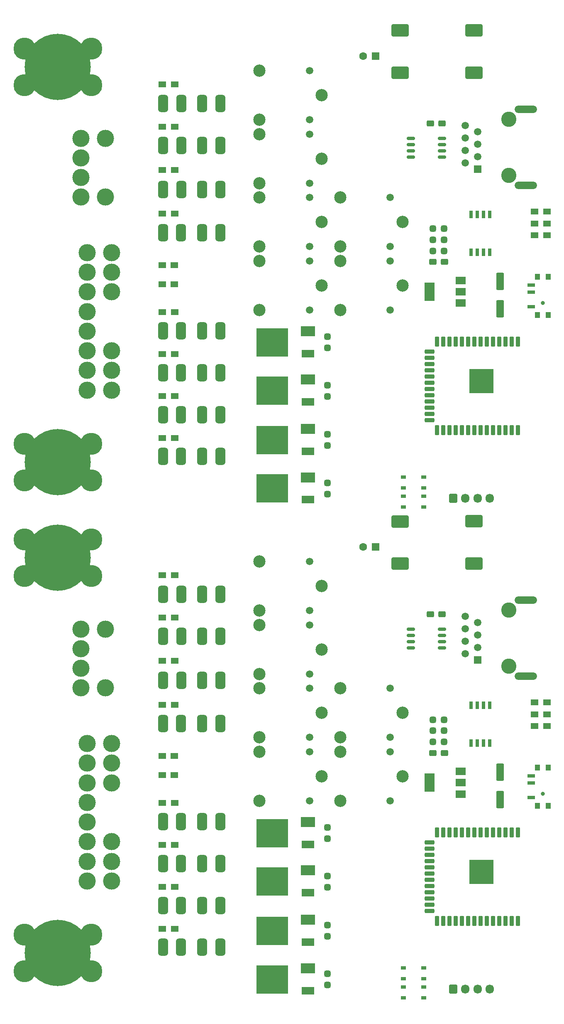
<source format=gbr>
%TF.GenerationSoftware,KiCad,Pcbnew,8.0.7*%
%TF.CreationDate,2025-01-08T09:33:51+09:00*%
%TF.ProjectId,CarInd-Main-V3.0,43617249-6e64-42d4-9d61-696e2d56332e,rev?*%
%TF.SameCoordinates,Original*%
%TF.FileFunction,Soldermask,Top*%
%TF.FilePolarity,Negative*%
%FSLAX46Y46*%
G04 Gerber Fmt 4.6, Leading zero omitted, Abs format (unit mm)*
G04 Created by KiCad (PCBNEW 8.0.7) date 2025-01-08 09:33:51*
%MOMM*%
%LPD*%
G01*
G04 APERTURE LIST*
G04 Aperture macros list*
%AMRoundRect*
0 Rectangle with rounded corners*
0 $1 Rounding radius*
0 $2 $3 $4 $5 $6 $7 $8 $9 X,Y pos of 4 corners*
0 Add a 4 corners polygon primitive as box body*
4,1,4,$2,$3,$4,$5,$6,$7,$8,$9,$2,$3,0*
0 Add four circle primitives for the rounded corners*
1,1,$1+$1,$2,$3*
1,1,$1+$1,$4,$5*
1,1,$1+$1,$6,$7*
1,1,$1+$1,$8,$9*
0 Add four rect primitives between the rounded corners*
20,1,$1+$1,$2,$3,$4,$5,0*
20,1,$1+$1,$4,$5,$6,$7,0*
20,1,$1+$1,$6,$7,$8,$9,0*
20,1,$1+$1,$8,$9,$2,$3,0*%
G04 Aperture macros list end*
%ADD10RoundRect,0.312500X0.437500X0.312500X-0.437500X0.312500X-0.437500X-0.312500X0.437500X-0.312500X0*%
%ADD11RoundRect,0.325000X0.325000X0.325000X-0.325000X0.325000X-0.325000X-0.325000X0.325000X-0.325000X0*%
%ADD12RoundRect,0.500000X-0.500000X1.250000X-0.500000X-1.250000X0.500000X-1.250000X0.500000X1.250000X0*%
%ADD13R,1.000000X1.200000*%
%ADD14R,1.600000X0.800000*%
%ADD15C,0.800000*%
%ADD16RoundRect,0.300000X-1.450000X-0.950000X1.450000X-0.950000X1.450000X0.950000X-1.450000X0.950000X0*%
%ADD17RoundRect,0.163800X-0.711200X-0.136200X0.711200X-0.136200X0.711200X0.136200X-0.711200X0.136200X0*%
%ADD18R,1.500000X1.250000*%
%ADD19RoundRect,0.250000X0.550000X-1.500000X0.550000X1.500000X-0.550000X1.500000X-0.550000X-1.500000X0*%
%ADD20O,4.600000X1.500000*%
%ADD21C,1.500000*%
%ADD22R,1.500000X1.500000*%
%ADD23C,3.100000*%
%ADD24R,3.000000X2.000000*%
%ADD25R,2.500000X1.500000*%
%ADD26R,6.400000X5.800000*%
%ADD27R,5.000000X5.000000*%
%ADD28RoundRect,0.225000X-0.225000X0.775000X-0.225000X-0.775000X0.225000X-0.775000X0.225000X0.775000X0*%
%ADD29RoundRect,0.225000X-0.775000X-0.225000X0.775000X-0.225000X0.775000X0.225000X-0.775000X0.225000X0*%
%ADD30RoundRect,0.325000X-0.325000X0.325000X-0.325000X-0.325000X0.325000X-0.325000X0.325000X0.325000X0*%
%ADD31R,1.100000X0.700000*%
%ADD32C,2.500000*%
%ADD33C,3.500000*%
%ADD34C,4.500000*%
%ADD35C,13.500000*%
%ADD36RoundRect,0.325000X-0.325000X-0.325000X0.325000X-0.325000X0.325000X0.325000X-0.325000X0.325000X0*%
%ADD37R,2.000000X3.800000*%
%ADD38R,2.000000X1.500000*%
%ADD39RoundRect,0.190000X0.190000X-0.610000X0.190000X0.610000X-0.190000X0.610000X-0.190000X-0.610000X0*%
%ADD40C,1.600000*%
%ADD41R,1.600000X1.600000*%
%ADD42O,1.700000X1.850000*%
%ADD43RoundRect,0.249900X-0.600100X-0.675100X0.600100X-0.675100X0.600100X0.675100X-0.600100X0.675100X0*%
G04 APERTURE END LIST*
D10*
%TO.C,C2*%
X183780000Y-195090000D03*
X186180000Y-195090000D03*
%TD*%
D11*
%TO.C,R2*%
X183830000Y-190590000D03*
X186130000Y-190590000D03*
%TD*%
D12*
%TO.C,F6*%
X128780000Y-162765000D03*
X132480000Y-162765000D03*
X136780000Y-162765000D03*
X140480000Y-162765000D03*
%TD*%
D13*
%TO.C,SW4*%
X205130000Y-205870000D03*
X207330000Y-205870000D03*
X205130000Y-198070000D03*
X207330000Y-198070000D03*
D14*
X203930000Y-199770000D03*
X203930000Y-201220000D03*
X203930000Y-204220000D03*
D15*
X206230000Y-203470000D03*
%TD*%
D16*
%TO.C,MO3*%
X192240000Y-156505000D03*
X192240000Y-147915000D03*
X177110000Y-156505000D03*
X177140000Y-147935000D03*
%TD*%
D17*
%TO.C,U4*%
X185707500Y-169880000D03*
X185707500Y-171150000D03*
X185707500Y-172420000D03*
X185707500Y-173690000D03*
X179357500Y-173690000D03*
X179357500Y-172420000D03*
X179357500Y-171150000D03*
X179357500Y-169880000D03*
%TD*%
D12*
%TO.C,F7*%
X128780000Y-180285000D03*
X132480000Y-180285000D03*
X136780000Y-180285000D03*
X140480000Y-180285000D03*
%TD*%
D18*
%TO.C,D6*%
X207105000Y-184840000D03*
X204605000Y-184840000D03*
%TD*%
%TO.C,D8*%
X131150000Y-213880000D03*
X128650000Y-213880000D03*
%TD*%
D19*
%TO.C,C1*%
X197550000Y-199025000D03*
X197550000Y-204625000D03*
%TD*%
D12*
%TO.C,F1*%
X128755000Y-209140000D03*
X132455000Y-209140000D03*
X136755000Y-209140000D03*
X140455000Y-209140000D03*
%TD*%
D20*
%TO.C,J12*%
X202825000Y-163950000D03*
X202825000Y-179475000D03*
D21*
X190385000Y-167260000D03*
X192925000Y-168530000D03*
X190385000Y-169800000D03*
X192925000Y-171070000D03*
X190385000Y-172340000D03*
X192925000Y-173610000D03*
X190385000Y-174880000D03*
D22*
X192925000Y-176150000D03*
D23*
X199275000Y-165990000D03*
X199275000Y-177420000D03*
%TD*%
D24*
%TO.C,Q10*%
X158357000Y-229085000D03*
D25*
X158357000Y-233651000D03*
D26*
X151050000Y-231365000D03*
%TD*%
D27*
%TO.C,U2*%
X193700000Y-219325000D03*
D28*
X201205000Y-229315000D03*
X199935000Y-229315000D03*
X198665000Y-229315000D03*
X197395000Y-229315000D03*
X196125000Y-229315000D03*
X194855000Y-229315000D03*
X193585000Y-229315000D03*
X192315000Y-229315000D03*
X191045000Y-229315000D03*
X189775000Y-229315000D03*
X188505000Y-229315000D03*
X187235000Y-229315000D03*
X185965000Y-229315000D03*
X184695000Y-229315000D03*
D29*
X183185000Y-227305000D03*
X183185000Y-226035000D03*
X183185000Y-224770000D03*
X183185000Y-223495000D03*
X183185000Y-222225000D03*
X183185000Y-220955000D03*
X183185000Y-219685000D03*
X183185000Y-218425000D03*
X183185000Y-217155000D03*
X183185000Y-215885000D03*
X183185000Y-214610000D03*
X183185000Y-213335000D03*
D28*
X184705000Y-211325000D03*
X185975000Y-211325000D03*
X187245000Y-211325000D03*
X188515000Y-211325000D03*
X189785000Y-211325000D03*
X191055000Y-211325000D03*
X192325000Y-211325000D03*
X193595000Y-211325000D03*
X194865000Y-211325000D03*
X196135000Y-211325000D03*
X197405000Y-211325000D03*
X198675000Y-211325000D03*
X199945000Y-211325000D03*
X201215000Y-211325000D03*
%TD*%
D11*
%TO.C,R3*%
X183830000Y-192840000D03*
X186130000Y-192840000D03*
%TD*%
D30*
%TO.C,R21*%
X162350000Y-242385000D03*
X162350000Y-240085000D03*
%TD*%
D18*
%TO.C,D17*%
X131155000Y-167520000D03*
X128655000Y-167520000D03*
%TD*%
%TO.C,D2*%
X131150000Y-205330000D03*
X128650000Y-205330000D03*
%TD*%
D30*
%TO.C,R14*%
X162350000Y-222460000D03*
X162350000Y-220160000D03*
%TD*%
D18*
%TO.C,D20*%
X131155000Y-176315000D03*
X128655000Y-176315000D03*
%TD*%
%TO.C,D1*%
X207105000Y-187265000D03*
X204605000Y-187265000D03*
%TD*%
D12*
%TO.C,F5*%
X128780000Y-171340000D03*
X132480000Y-171340000D03*
X136780000Y-171340000D03*
X140480000Y-171340000D03*
%TD*%
D31*
%TO.C,SW5*%
X181980000Y-242815000D03*
X177780000Y-242815000D03*
X181980000Y-245015000D03*
X177780000Y-245015000D03*
%TD*%
D32*
%TO.C,K8*%
X164900000Y-181935000D03*
X177600000Y-186935000D03*
D21*
X175100000Y-191935000D03*
X175100000Y-181935000D03*
D32*
X164900000Y-191935000D03*
%TD*%
D30*
%TO.C,R5*%
X162350000Y-212585000D03*
X162350000Y-210285000D03*
%TD*%
D18*
%TO.C,D10*%
X131150000Y-222390000D03*
X128650000Y-222390000D03*
%TD*%
%TO.C,D21*%
X131130000Y-185270000D03*
X128630000Y-185270000D03*
%TD*%
D12*
%TO.C,F4*%
X128755000Y-234690000D03*
X132455000Y-234690000D03*
X136755000Y-234690000D03*
X140455000Y-234690000D03*
%TD*%
D24*
%TO.C,Q12*%
X158357000Y-238960000D03*
D25*
X158357000Y-243526000D03*
D26*
X151050000Y-241240000D03*
%TD*%
D12*
%TO.C,F2*%
X128755000Y-217690000D03*
X132455000Y-217690000D03*
X136755000Y-217690000D03*
X140455000Y-217690000D03*
%TD*%
D33*
%TO.C,J10*%
X117055000Y-169870000D03*
X112055000Y-169870000D03*
X112055000Y-173870000D03*
X112055000Y-177870000D03*
X117055000Y-181870000D03*
X112055000Y-181870000D03*
%TD*%
D18*
%TO.C,D9*%
X131105000Y-195740000D03*
X128605000Y-195740000D03*
%TD*%
D32*
%TO.C,K2*%
X148455000Y-156085000D03*
X161155000Y-161085000D03*
D21*
X158655000Y-166085000D03*
X158655000Y-156085000D03*
D32*
X148455000Y-166085000D03*
%TD*%
D34*
%TO.C,J14*%
X114105000Y-239615000D03*
X114105000Y-232115000D03*
D35*
X107305000Y-235865000D03*
D34*
X100505000Y-239615000D03*
X100505000Y-232115000D03*
%TD*%
D24*
%TO.C,Q1*%
X158357000Y-209160000D03*
D25*
X158357000Y-213726000D03*
D26*
X151050000Y-211440000D03*
%TD*%
D10*
%TO.C,C3*%
X183307500Y-166880000D03*
X185707500Y-166880000D03*
%TD*%
D32*
%TO.C,K5*%
X148440000Y-194860000D03*
X161140000Y-199860000D03*
D21*
X158640000Y-204860000D03*
X158640000Y-194860000D03*
D32*
X148440000Y-204860000D03*
%TD*%
D36*
%TO.C,R4*%
X186130000Y-188315000D03*
X183830000Y-188315000D03*
%TD*%
D32*
%TO.C,K3*%
X148445000Y-169020000D03*
X161145000Y-174020000D03*
D21*
X158645000Y-179020000D03*
X158645000Y-169020000D03*
D32*
X148445000Y-179020000D03*
%TD*%
%TO.C,K1*%
X148440000Y-181935000D03*
X161140000Y-186935000D03*
D21*
X158640000Y-191935000D03*
X158640000Y-181935000D03*
D32*
X148440000Y-191935000D03*
%TD*%
D34*
%TO.C,J13*%
X114105000Y-159090000D03*
X114105000Y-151590000D03*
D35*
X107305000Y-155340000D03*
D34*
X100505000Y-159090000D03*
X100505000Y-151590000D03*
%TD*%
D31*
%TO.C,SW2*%
X181980000Y-238890000D03*
X177780000Y-238890000D03*
X181980000Y-241090000D03*
X177780000Y-241090000D03*
%TD*%
D33*
%TO.C,J11*%
X118260000Y-193190000D03*
X113260000Y-193190000D03*
X118260000Y-197190000D03*
X113260000Y-197190000D03*
X118260000Y-201190000D03*
X113260000Y-201190000D03*
X113260000Y-205190000D03*
X113260000Y-209190000D03*
X118260000Y-213190000D03*
X113260000Y-213190000D03*
X118260000Y-217190000D03*
X113260000Y-217190000D03*
X118260000Y-221190000D03*
X113260000Y-221190000D03*
%TD*%
D32*
%TO.C,K7*%
X164900000Y-194850000D03*
X177600000Y-199850000D03*
D21*
X175100000Y-204850000D03*
X175100000Y-194850000D03*
D32*
X164900000Y-204850000D03*
%TD*%
D37*
%TO.C,U1*%
X183180000Y-201175000D03*
D38*
X189480000Y-198875000D03*
X189480000Y-201175000D03*
X189480000Y-203475000D03*
%TD*%
D24*
%TO.C,Q6*%
X158357000Y-219035000D03*
D25*
X158357000Y-223601000D03*
D26*
X151050000Y-221315000D03*
%TD*%
D30*
%TO.C,R20*%
X162350000Y-232510000D03*
X162350000Y-230210000D03*
%TD*%
D18*
%TO.C,D4*%
X131105000Y-199650000D03*
X128605000Y-199650000D03*
%TD*%
D39*
%TO.C,SW1*%
X191585000Y-185425000D03*
X192855000Y-185425000D03*
X194125000Y-185425000D03*
X195395000Y-185425000D03*
X195395000Y-193125000D03*
X194125000Y-193125000D03*
X192855000Y-193125000D03*
X191585000Y-193125000D03*
%TD*%
D18*
%TO.C,D11*%
X131150000Y-230930000D03*
X128650000Y-230930000D03*
%TD*%
D40*
%TO.C,C4*%
X169610000Y-153155000D03*
D41*
X172110000Y-153155000D03*
%TD*%
D12*
%TO.C,F8*%
X128755000Y-189140000D03*
X132455000Y-189140000D03*
X136755000Y-189140000D03*
X140455000Y-189140000D03*
%TD*%
D18*
%TO.C,D7*%
X207105000Y-189640000D03*
X204605000Y-189640000D03*
%TD*%
D12*
%TO.C,F3*%
X128755000Y-226225000D03*
X132455000Y-226225000D03*
X136755000Y-226225000D03*
X140455000Y-226225000D03*
%TD*%
D18*
%TO.C,D22*%
X131155000Y-158900000D03*
X128655000Y-158900000D03*
%TD*%
D42*
%TO.C,J1*%
X195430000Y-243240000D03*
X192930000Y-243240000D03*
X190430000Y-243240000D03*
D43*
X187930000Y-243240000D03*
%TD*%
D18*
%TO.C,D22*%
X131155000Y-58900000D03*
X128655000Y-58900000D03*
%TD*%
D11*
%TO.C,R2*%
X183830000Y-90590000D03*
X186130000Y-90590000D03*
%TD*%
D10*
%TO.C,C2*%
X183780000Y-95090000D03*
X186180000Y-95090000D03*
%TD*%
D32*
%TO.C,K3*%
X148445000Y-69020000D03*
X161145000Y-74020000D03*
D21*
X158645000Y-79020000D03*
X158645000Y-69020000D03*
D32*
X148445000Y-79020000D03*
%TD*%
D18*
%TO.C,D4*%
X131105000Y-99650000D03*
X128605000Y-99650000D03*
%TD*%
D32*
%TO.C,K7*%
X164900000Y-94850000D03*
X177600000Y-99850000D03*
D21*
X175100000Y-104850000D03*
X175100000Y-94850000D03*
D32*
X164900000Y-104850000D03*
%TD*%
D40*
%TO.C,C4*%
X169610000Y-53155000D03*
D41*
X172110000Y-53155000D03*
%TD*%
D31*
%TO.C,SW2*%
X181980000Y-138890000D03*
X177780000Y-138890000D03*
X181980000Y-141090000D03*
X177780000Y-141090000D03*
%TD*%
D18*
%TO.C,D11*%
X131150000Y-130930000D03*
X128650000Y-130930000D03*
%TD*%
%TO.C,D7*%
X207105000Y-89640000D03*
X204605000Y-89640000D03*
%TD*%
D36*
%TO.C,R4*%
X186130000Y-88315000D03*
X183830000Y-88315000D03*
%TD*%
D12*
%TO.C,F3*%
X128755000Y-126225000D03*
X132455000Y-126225000D03*
X136755000Y-126225000D03*
X140455000Y-126225000D03*
%TD*%
%TO.C,F8*%
X128755000Y-89140000D03*
X132455000Y-89140000D03*
X136755000Y-89140000D03*
X140455000Y-89140000D03*
%TD*%
D39*
%TO.C,SW1*%
X191585000Y-85425000D03*
X192855000Y-85425000D03*
X194125000Y-85425000D03*
X195395000Y-85425000D03*
X195395000Y-93125000D03*
X194125000Y-93125000D03*
X192855000Y-93125000D03*
X191585000Y-93125000D03*
%TD*%
D30*
%TO.C,R20*%
X162350000Y-132510000D03*
X162350000Y-130210000D03*
%TD*%
D34*
%TO.C,J13*%
X114105000Y-59090000D03*
X114105000Y-51590000D03*
D35*
X107305000Y-55340000D03*
D34*
X100505000Y-59090000D03*
X100505000Y-51590000D03*
%TD*%
D32*
%TO.C,K1*%
X148440000Y-81935000D03*
X161140000Y-86935000D03*
D21*
X158640000Y-91935000D03*
X158640000Y-81935000D03*
D32*
X148440000Y-91935000D03*
%TD*%
D24*
%TO.C,Q6*%
X158357000Y-119035000D03*
D25*
X158357000Y-123601000D03*
D26*
X151050000Y-121315000D03*
%TD*%
D33*
%TO.C,J11*%
X118260000Y-93190000D03*
X113260000Y-93190000D03*
X118260000Y-97190000D03*
X113260000Y-97190000D03*
X118260000Y-101190000D03*
X113260000Y-101190000D03*
X113260000Y-105190000D03*
X113260000Y-109190000D03*
X118260000Y-113190000D03*
X113260000Y-113190000D03*
X118260000Y-117190000D03*
X113260000Y-117190000D03*
X118260000Y-121190000D03*
X113260000Y-121190000D03*
%TD*%
D37*
%TO.C,U1*%
X183180000Y-101175000D03*
D38*
X189480000Y-98875000D03*
X189480000Y-101175000D03*
X189480000Y-103475000D03*
%TD*%
D12*
%TO.C,F5*%
X128780000Y-71340000D03*
X132480000Y-71340000D03*
X136780000Y-71340000D03*
X140480000Y-71340000D03*
%TD*%
D31*
%TO.C,SW5*%
X181980000Y-142815000D03*
X177780000Y-142815000D03*
X181980000Y-145015000D03*
X177780000Y-145015000D03*
%TD*%
D30*
%TO.C,R5*%
X162350000Y-112585000D03*
X162350000Y-110285000D03*
%TD*%
D32*
%TO.C,K2*%
X148455000Y-56085000D03*
X161155000Y-61085000D03*
D21*
X158655000Y-66085000D03*
X158655000Y-56085000D03*
D32*
X148455000Y-66085000D03*
%TD*%
D24*
%TO.C,Q12*%
X158357000Y-138960000D03*
D25*
X158357000Y-143526000D03*
D26*
X151050000Y-141240000D03*
%TD*%
D32*
%TO.C,K8*%
X164900000Y-81935000D03*
X177600000Y-86935000D03*
D21*
X175100000Y-91935000D03*
X175100000Y-81935000D03*
D32*
X164900000Y-91935000D03*
%TD*%
D12*
%TO.C,F2*%
X128755000Y-117690000D03*
X132455000Y-117690000D03*
X136755000Y-117690000D03*
X140455000Y-117690000D03*
%TD*%
D34*
%TO.C,J14*%
X114105000Y-139615000D03*
X114105000Y-132115000D03*
D35*
X107305000Y-135865000D03*
D34*
X100505000Y-139615000D03*
X100505000Y-132115000D03*
%TD*%
D42*
%TO.C,J1*%
X195430000Y-143240000D03*
X192930000Y-143240000D03*
X190430000Y-143240000D03*
D43*
X187930000Y-143240000D03*
%TD*%
D18*
%TO.C,D9*%
X131105000Y-95740000D03*
X128605000Y-95740000D03*
%TD*%
D12*
%TO.C,F4*%
X128755000Y-134690000D03*
X132455000Y-134690000D03*
X136755000Y-134690000D03*
X140455000Y-134690000D03*
%TD*%
D18*
%TO.C,D1*%
X207105000Y-87265000D03*
X204605000Y-87265000D03*
%TD*%
D33*
%TO.C,J10*%
X117055000Y-69870000D03*
X112055000Y-69870000D03*
X112055000Y-73870000D03*
X112055000Y-77870000D03*
X117055000Y-81870000D03*
X112055000Y-81870000D03*
%TD*%
D18*
%TO.C,D21*%
X131130000Y-85270000D03*
X128630000Y-85270000D03*
%TD*%
%TO.C,D10*%
X131150000Y-122390000D03*
X128650000Y-122390000D03*
%TD*%
D32*
%TO.C,K5*%
X148440000Y-94860000D03*
X161140000Y-99860000D03*
D21*
X158640000Y-104860000D03*
X158640000Y-94860000D03*
D32*
X148440000Y-104860000D03*
%TD*%
D10*
%TO.C,C3*%
X183307500Y-66880000D03*
X185707500Y-66880000D03*
%TD*%
D24*
%TO.C,Q1*%
X158357000Y-109160000D03*
D25*
X158357000Y-113726000D03*
D26*
X151050000Y-111440000D03*
%TD*%
D30*
%TO.C,R21*%
X162350000Y-142385000D03*
X162350000Y-140085000D03*
%TD*%
D12*
%TO.C,F7*%
X128780000Y-80285000D03*
X132480000Y-80285000D03*
X136780000Y-80285000D03*
X140480000Y-80285000D03*
%TD*%
D18*
%TO.C,D8*%
X131150000Y-113880000D03*
X128650000Y-113880000D03*
%TD*%
D24*
%TO.C,Q10*%
X158357000Y-129085000D03*
D25*
X158357000Y-133651000D03*
D26*
X151050000Y-131365000D03*
%TD*%
D11*
%TO.C,R3*%
X183830000Y-92840000D03*
X186130000Y-92840000D03*
%TD*%
D16*
%TO.C,MO3*%
X192240000Y-56505000D03*
X192240000Y-47915000D03*
X177110000Y-56505000D03*
X177140000Y-47935000D03*
%TD*%
D27*
%TO.C,U2*%
X193700000Y-119325000D03*
D28*
X201205000Y-129315000D03*
X199935000Y-129315000D03*
X198665000Y-129315000D03*
X197395000Y-129315000D03*
X196125000Y-129315000D03*
X194855000Y-129315000D03*
X193585000Y-129315000D03*
X192315000Y-129315000D03*
X191045000Y-129315000D03*
X189775000Y-129315000D03*
X188505000Y-129315000D03*
X187235000Y-129315000D03*
X185965000Y-129315000D03*
X184695000Y-129315000D03*
D29*
X183185000Y-127305000D03*
X183185000Y-126035000D03*
X183185000Y-124770000D03*
X183185000Y-123495000D03*
X183185000Y-122225000D03*
X183185000Y-120955000D03*
X183185000Y-119685000D03*
X183185000Y-118425000D03*
X183185000Y-117155000D03*
X183185000Y-115885000D03*
X183185000Y-114610000D03*
X183185000Y-113335000D03*
D28*
X184705000Y-111325000D03*
X185975000Y-111325000D03*
X187245000Y-111325000D03*
X188515000Y-111325000D03*
X189785000Y-111325000D03*
X191055000Y-111325000D03*
X192325000Y-111325000D03*
X193595000Y-111325000D03*
X194865000Y-111325000D03*
X196135000Y-111325000D03*
X197405000Y-111325000D03*
X198675000Y-111325000D03*
X199945000Y-111325000D03*
X201215000Y-111325000D03*
%TD*%
D13*
%TO.C,SW4*%
X205130000Y-105870000D03*
X207330000Y-105870000D03*
X205130000Y-98070000D03*
X207330000Y-98070000D03*
D14*
X203930000Y-99770000D03*
X203930000Y-101220000D03*
X203930000Y-104220000D03*
D15*
X206230000Y-103470000D03*
%TD*%
D12*
%TO.C,F1*%
X128755000Y-109140000D03*
X132455000Y-109140000D03*
X136755000Y-109140000D03*
X140455000Y-109140000D03*
%TD*%
D20*
%TO.C,J12*%
X202825000Y-63950000D03*
X202825000Y-79475000D03*
D21*
X190385000Y-67260000D03*
X192925000Y-68530000D03*
X190385000Y-69800000D03*
X192925000Y-71070000D03*
X190385000Y-72340000D03*
X192925000Y-73610000D03*
X190385000Y-74880000D03*
D22*
X192925000Y-76150000D03*
D23*
X199275000Y-65990000D03*
X199275000Y-77420000D03*
%TD*%
D12*
%TO.C,F6*%
X128780000Y-62765000D03*
X132480000Y-62765000D03*
X136780000Y-62765000D03*
X140480000Y-62765000D03*
%TD*%
D18*
%TO.C,D2*%
X131150000Y-105330000D03*
X128650000Y-105330000D03*
%TD*%
D30*
%TO.C,R14*%
X162350000Y-122460000D03*
X162350000Y-120160000D03*
%TD*%
D19*
%TO.C,C1*%
X197550000Y-99025000D03*
X197550000Y-104625000D03*
%TD*%
D17*
%TO.C,U4*%
X185707500Y-69880000D03*
X185707500Y-71150000D03*
X185707500Y-72420000D03*
X185707500Y-73690000D03*
X179357500Y-73690000D03*
X179357500Y-72420000D03*
X179357500Y-71150000D03*
X179357500Y-69880000D03*
%TD*%
D18*
%TO.C,D6*%
X207105000Y-84840000D03*
X204605000Y-84840000D03*
%TD*%
%TO.C,D20*%
X131155000Y-76315000D03*
X128655000Y-76315000D03*
%TD*%
%TO.C,D17*%
X131155000Y-67520000D03*
X128655000Y-67520000D03*
%TD*%
M02*

</source>
